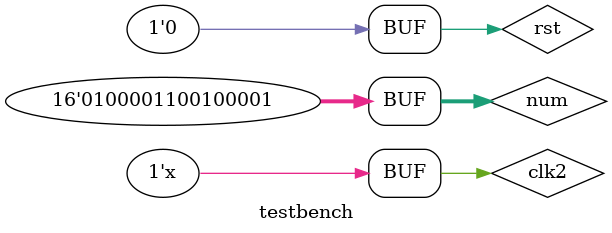
<source format=v>
`timescale 1ns / 1ps


module testbench;

	// Inputs
	reg [15:0] num;
	reg clk2;
	reg rst;

	// Outputs
	wire [0:6] sseg;
	wire [3:0] an;

	// Instantiate the Unit Under Test (UUT)
	display uut (
	    .num(num), 
		.clk(clk2), 
		.sseg(sseg), 
		.an(an), 
		.rst(rst)
	);

	initial begin
		// Initialize Inputs
		clk2= 0;
		rst = 1;
		#10 rst =0;
		
		num = 16'h4321;
        

	end
      

	always #1 clk2 = ~clk2;
	
endmodule


</source>
